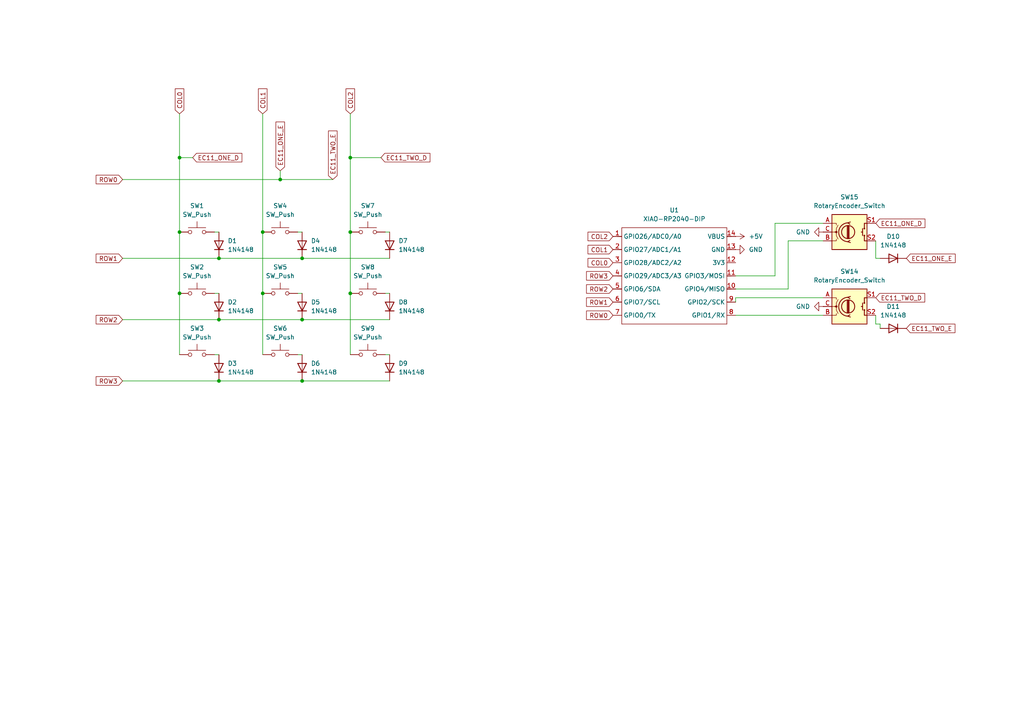
<source format=kicad_sch>
(kicad_sch (version 20250114) (generator "eeschema") (generator_version "9.0")
  (paper "A4")
  (lib_symbols
    (symbol "Device:RotaryEncoder_Switch" (pin_names (offset 0.254) (hide yes))
      (property "Reference" "SW" (at 0 6.604 0))
      (property "Value" "RotaryEncoder_Switch" (at 0 -6.604 0))
      (symbol "RotaryEncoder_Switch_0_1"
        (rectangle (start -5.08 5.08) (end 5.08 -5.08) (stroke (width 0.254)) (fill (type background)))
        (polyline (pts (xy -5.08 2.54) (xy -3.81 2.54) (xy -3.81 2.032)))
        (polyline (pts (xy -5.08 0) (xy -3.81 0) (xy -3.81 -1.016) (xy -3.302 -2.032)))
        (polyline (pts (xy -5.08 -2.54) (xy -3.81 -2.54) (xy -3.81 -2.032)))
        (polyline (pts (xy -4.318 0) (xy -3.81 0) (xy -3.81 1.016) (xy -3.302 2.032)))
        (circle (center -3.81 0) (radius 0.254) (fill (type outline)))
        (polyline (pts (xy -0.635 -1.778) (xy -0.635 1.778)) (stroke (width 0.254)))
        (circle (center -0.381 0) (radius 1.905) (stroke (width 0.254)))
        (polyline (pts (xy -0.381 -1.778) (xy -0.381 1.778)) (stroke (width 0.254)))
        (arc (start -0.381 -2.794) (mid -3.0988 -0.0635) (end -0.381 2.667) (stroke (width 0.254)))
        (polyline (pts (xy -0.127 1.778) (xy -0.127 -1.778)) (stroke (width 0.254)))
        (polyline (pts (xy 0.254 2.921) (xy -0.508 2.667) (xy 0.127 2.286)) (stroke (width 0.254)))
        (polyline (pts (xy 0.254 -3.048) (xy -0.508 -2.794) (xy 0.127 -2.413)) (stroke (width 0.254)))
        (polyline (pts (xy 3.81 1.016) (xy 3.81 -1.016)) (stroke (width 0.254)))
        (polyline (pts (xy 3.81 0) (xy 3.429 0)) (stroke (width 0.254)))
        (circle (center 4.318 1.016) (radius 0.127) (stroke (width 0.254)))
        (circle (center 4.318 -1.016) (radius 0.127) (stroke (width 0.254)))
        (polyline (pts (xy 5.08 2.54) (xy 4.318 2.54) (xy 4.318 1.016)) (stroke (width 0.254)))
        (polyline (pts (xy 5.08 -2.54) (xy 4.318 -2.54) (xy 4.318 -1.016)) (stroke (width 0.254)))
      )
      (symbol "RotaryEncoder_Switch_1_1"
        (pin passive line (at -7.62 2.54 0) (length 2.54) (name "A") (number "A"))
        (pin passive line (at -7.62 0 0) (length 2.54) (name "C") (number "C"))
        (pin passive line (at -7.62 -2.54 0) (length 2.54) (name "B") (number "B"))
        (pin passive line (at 7.62 2.54 180) (length 2.54) (name "S1") (number "S1"))
        (pin passive line (at 7.62 -2.54 180) (length 2.54) (name "S2") (number "S2"))
      )
    )
    (symbol "Diode:1N4148" (pin_numbers (hide yes)) (pin_names (hide yes))
      (property "Reference" "D" (at 0 2.54 0))
      (property "Value" "1N4148" (at 0 -2.54 0))
      (symbol "1N4148_0_1"
        (polyline (pts (xy -1.27 1.27) (xy -1.27 -1.27)) (stroke (width 0.254)))
        (polyline (pts (xy 1.27 1.27) (xy 1.27 -1.27) (xy -1.27 0) (xy 1.27 1.27)) (stroke (width 0.254)))
        (polyline (pts (xy 1.27 0) (xy -1.27 0)))
      )
      (symbol "1N4148_1_1"
        (pin passive line (at -3.81 0 0) (length 2.54) (name "K") (number "1"))
        (pin passive line (at 3.81 0 180) (length 2.54) (name "A") (number "2"))
      )
    )
    (symbol "Seeed_Studio_XIAO_Series:XIAO-RP2040-DIP"
      (property "Reference" "U" (at 0 0 0))
      (property "Value" "XIAO-RP2040-DIP" (at 5.334 -1.778 0))
      (symbol "XIAO-RP2040-DIP_1_0"
        (polyline (pts (xy -1.27 -2.54) (xy 29.21 -2.54)) (stroke (width 0.1524)))
        (polyline (pts (xy -1.27 -5.08) (xy -2.54 -5.08)) (stroke (width 0.1524)))
        (polyline (pts (xy -1.27 -5.08) (xy -1.27 -2.54)) (stroke (width 0.1524)))
        (polyline (pts (xy -1.27 -8.89) (xy -2.54 -8.89)) (stroke (width 0.1524)))
        (polyline (pts (xy -1.27 -8.89) (xy -1.27 -5.08)) (stroke (width 0.1524)))
        (polyline (pts (xy -1.27 -12.7) (xy -2.54 -12.7)) (stroke (width 0.1524)))
        (polyline (pts (xy -1.27 -12.7) (xy -1.27 -8.89)) (stroke (width 0.1524)))
        (polyline (pts (xy -1.27 -16.51) (xy -2.54 -16.51)) (stroke (width 0.1524)))
        (polyline (pts (xy -1.27 -16.51) (xy -1.27 -12.7)) (stroke (width 0.1524)))
        (polyline (pts (xy -1.27 -20.32) (xy -2.54 -20.32)) (stroke (width 0.1524)))
        (polyline (pts (xy -1.27 -24.13) (xy -2.54 -24.13)) (stroke (width 0.1524)))
        (polyline (pts (xy -1.27 -27.94) (xy -2.54 -27.94)) (stroke (width 0.1524)))
        (polyline (pts (xy -1.27 -30.48) (xy -1.27 -16.51)) (stroke (width 0.1524)))
        (polyline (pts (xy 29.21 -2.54) (xy 29.21 -5.08)) (stroke (width 0.1524)))
        (polyline (pts (xy 29.21 -5.08) (xy 29.21 -8.89)) (stroke (width 0.1524)))
        (polyline (pts (xy 29.21 -8.89) (xy 29.21 -12.7)) (stroke (width 0.1524)))
        (polyline (pts (xy 29.21 -12.7) (xy 29.21 -30.48)) (stroke (width 0.1524)))
        (polyline (pts (xy 29.21 -30.48) (xy -1.27 -30.48)) (stroke (width 0.1524)))
        (polyline (pts (xy 30.48 -5.08) (xy 29.21 -5.08)) (stroke (width 0.1524)))
        (polyline (pts (xy 30.48 -8.89) (xy 29.21 -8.89)) (stroke (width 0.1524)))
        (polyline (pts (xy 30.48 -12.7) (xy 29.21 -12.7)) (stroke (width 0.1524)))
        (polyline (pts (xy 30.48 -16.51) (xy 29.21 -16.51)) (stroke (width 0.1524)))
        (polyline (pts (xy 30.48 -20.32) (xy 29.21 -20.32)) (stroke (width 0.1524)))
        (polyline (pts (xy 30.48 -24.13) (xy 29.21 -24.13)) (stroke (width 0.1524)))
        (polyline (pts (xy 30.48 -27.94) (xy 29.21 -27.94)) (stroke (width 0.1524)))
        (pin passive line (at -3.81 -5.08 0) (length 2.54) (name "GPIO26/ADC0/A0") (number "1"))
        (pin passive line (at -3.81 -8.89 0) (length 2.54) (name "GPIO27/ADC1/A1") (number "2"))
        (pin passive line (at -3.81 -12.7 0) (length 2.54) (name "GPIO28/ADC2/A2") (number "3"))
        (pin passive line (at -3.81 -16.51 0) (length 2.54) (name "GPIO29/ADC3/A3") (number "4"))
        (pin passive line (at -3.81 -20.32 0) (length 2.54) (name "GPIO6/SDA") (number "5"))
        (pin passive line (at -3.81 -24.13 0) (length 2.54) (name "GPIO7/SCL") (number "6"))
        (pin passive line (at -3.81 -27.94 0) (length 2.54) (name "GPIO0/TX") (number "7"))
        (pin passive line (at 31.75 -5.08 180) (length 2.54) (name "VBUS") (number "14"))
        (pin passive line (at 31.75 -8.89 180) (length 2.54) (name "GND") (number "13"))
        (pin passive line (at 31.75 -12.7 180) (length 2.54) (name "3V3") (number "12"))
        (pin passive line (at 31.75 -16.51 180) (length 2.54) (name "GPIO3/MOSI") (number "11"))
        (pin passive line (at 31.75 -20.32 180) (length 2.54) (name "GPIO4/MISO") (number "10"))
        (pin passive line (at 31.75 -24.13 180) (length 2.54) (name "GPIO2/SCK") (number "9"))
        (pin passive line (at 31.75 -27.94 180) (length 2.54) (name "GPIO1/RX") (number "8"))
      )
    )
    (symbol "Switch:SW_Push" (pin_numbers (hide yes)) (pin_names (offset 1.016) (hide yes))
      (property "Reference" "SW" (at 1.27 2.54 0))
      (property "Value" "SW_Push" (at 0 -1.524 0))
      (symbol "SW_Push_0_1"
        (circle (center -2.032 0) (radius 0.508))
        (polyline (pts (xy 0 1.27) (xy 0 3.048)))
        (circle (center 2.032 0) (radius 0.508))
        (polyline (pts (xy 2.54 1.27) (xy -2.54 1.27)))
        (pin passive line (at -5.08 0 0) (length 2.54) (name "1") (number "1"))
        (pin passive line (at 5.08 0 180) (length 2.54) (name "2") (number "2"))
      )
    )
    (symbol "power:+5V" (power) (pin_numbers (hide yes)) (pin_names (offset 0) (hide yes))
      (property "Value" "+5V" (at 0 3.556 0))
      (symbol "+5V_0_1"
        (polyline (pts (xy -0.762 1.27) (xy 0 2.54)))
        (polyline (pts (xy 0 2.54) (xy 0.762 1.27)))
        (polyline (pts (xy 0 0) (xy 0 2.54)))
      )
      (symbol "+5V_1_1"
        (pin power_in line (at 0 0 90) (length 0) (name "~") (number "1"))
      )
    )
    (symbol "power:GND" (power) (pin_numbers (hide yes)) (pin_names (offset 0) (hide yes))
      (property "Value" "GND" (at 0 -3.81 0))
      (symbol "GND_0_1"
        (polyline (pts (xy 0 0) (xy 0 -1.27) (xy 1.27 -1.27) (xy 0 -2.54) (xy -1.27 -1.27) (xy 0 -1.27)))
      )
      (symbol "GND_1_1"
        (pin power_in line (at 0 0 270) (length 0) (name "~") (number "1"))
      )
    )
  )
  (junction (at 101.6 45.72))
  (junction (at 76.2 67.31))
  (junction (at 52.07 67.31))
  (junction (at 87.63 74.93))
  (junction (at 63.5 110.49))
  (junction (at 87.63 110.49))
  (junction (at 81.28 52.07))
  (junction (at 63.5 92.71))
  (junction (at 101.6 85.09))
  (junction (at 52.07 45.72))
  (junction (at 87.63 92.71))
  (junction (at 52.07 85.09))
  (junction (at 101.6 67.31))
  (junction (at 76.2 85.09))
  (junction (at 63.5 74.93))
  (wire (pts (xy 213.36 86.36) (xy 213.36 87.63)))
  (wire (pts (xy 81.28 52.07) (xy 96.52 52.07)))
  (wire (pts (xy 224.79 64.77) (xy 238.76 64.77)))
  (wire (pts (xy 63.5 67.31) (xy 62.23 67.31)))
  (wire (pts (xy 76.2 33.02) (xy 76.2 67.31)))
  (wire (pts (xy 35.56 110.49) (xy 63.5 110.49)))
  (wire (pts (xy 254 93.98) (xy 254 91.44)))
  (wire (pts (xy 87.63 74.93) (xy 113.03 74.93)))
  (wire (pts (xy 87.63 92.71) (xy 113.03 92.71)))
  (wire (pts (xy 55.88 45.72) (xy 52.07 45.72)))
  (wire (pts (xy 81.28 49.53) (xy 81.28 52.07)))
  (wire (pts (xy 228.6 83.82) (xy 228.6 69.85)))
  (wire (pts (xy 87.63 67.31) (xy 86.36 67.31)))
  (wire (pts (xy 213.36 91.44) (xy 238.76 91.44)))
  (wire (pts (xy 52.07 33.02) (xy 52.07 45.72)))
  (wire (pts (xy 213.36 83.82) (xy 228.6 83.82)))
  (wire (pts (xy 255.27 95.25) (xy 255.27 93.98)))
  (wire (pts (xy 35.56 92.71) (xy 63.5 92.71)))
  (wire (pts (xy 87.63 85.09) (xy 86.36 85.09)))
  (wire (pts (xy 228.6 69.85) (xy 238.76 69.85)))
  (wire (pts (xy 224.79 80.01) (xy 224.79 64.77)))
  (wire (pts (xy 87.63 102.87) (xy 86.36 102.87)))
  (wire (pts (xy 110.49 45.72) (xy 101.6 45.72)))
  (wire (pts (xy 76.2 85.09) (xy 76.2 102.87)))
  (wire (pts (xy 76.2 67.31) (xy 76.2 85.09)))
  (wire (pts (xy 255.27 74.93) (xy 254 74.93)))
  (wire (pts (xy 63.5 92.71) (xy 87.63 92.71)))
  (wire (pts (xy 254 74.93) (xy 254 69.85)))
  (wire (pts (xy 52.07 85.09) (xy 52.07 102.87)))
  (wire (pts (xy 35.56 74.93) (xy 63.5 74.93)))
  (wire (pts (xy 63.5 85.09) (xy 62.23 85.09)))
  (wire (pts (xy 213.36 80.01) (xy 224.79 80.01)))
  (wire (pts (xy 101.6 45.72) (xy 101.6 67.31)))
  (wire (pts (xy 35.56 52.07) (xy 81.28 52.07)))
  (wire (pts (xy 52.07 45.72) (xy 52.07 67.31)))
  (wire (pts (xy 101.6 85.09) (xy 101.6 102.87)))
  (wire (pts (xy 238.76 86.36) (xy 213.36 86.36)))
  (wire (pts (xy 101.6 33.02) (xy 101.6 45.72)))
  (wire (pts (xy 101.6 67.31) (xy 101.6 85.09)))
  (wire (pts (xy 113.03 67.31) (xy 111.76 67.31)))
  (wire (pts (xy 63.5 110.49) (xy 87.63 110.49)))
  (wire (pts (xy 113.03 85.09) (xy 111.76 85.09)))
  (wire (pts (xy 63.5 74.93) (xy 87.63 74.93)))
  (wire (pts (xy 63.5 102.87) (xy 62.23 102.87)))
  (wire (pts (xy 87.63 110.49) (xy 113.03 110.49)))
  (wire (pts (xy 113.03 102.87) (xy 111.76 102.87)))
  (wire (pts (xy 255.27 93.98) (xy 254 93.98)))
  (wire (pts (xy 52.07 67.31) (xy 52.07 85.09)))
  (global_label "EC11_TWO_E" (shape input) (at 96.52 52.07 90) (property "Intersheetrefs" "${INTERSHEET_REFS}" (effects (hide yes))))
  (global_label "COL2" (shape input) (at 177.8 68.58 180) (property "Intersheetrefs" "${INTERSHEET_REFS}" (effects (hide yes))))
  (global_label "COL1" (shape input) (at 76.2 33.02 90) (property "Intersheetrefs" "${INTERSHEET_REFS}" (effects (hide yes))))
  (global_label "ROW3" (shape input) (at 177.8 80.01 180) (property "Intersheetrefs" "${INTERSHEET_REFS}" (effects (hide yes))))
  (global_label "EC11_TWO_D" (shape input) (at 254 86.36 0) (property "Intersheetrefs" "${INTERSHEET_REFS}" (effects (hide yes))))
  (global_label "ROW2" (shape input) (at 177.8 83.82 180) (property "Intersheetrefs" "${INTERSHEET_REFS}" (effects (hide yes))))
  (global_label "ROW1" (shape input) (at 35.56 74.93 180) (property "Intersheetrefs" "${INTERSHEET_REFS}" (effects (hide yes))))
  (global_label "COL0" (shape input) (at 177.8 76.2 180) (property "Intersheetrefs" "${INTERSHEET_REFS}" (effects (hide yes))))
  (global_label "ROW1" (shape input) (at 177.8 87.63 180) (property "Intersheetrefs" "${INTERSHEET_REFS}" (effects (hide yes))))
  (global_label "ROW2" (shape input) (at 35.56 92.71 180) (property "Intersheetrefs" "${INTERSHEET_REFS}" (effects (hide yes))))
  (global_label "EC11_TWO_D" (shape input) (at 110.49 45.72 0) (property "Intersheetrefs" "${INTERSHEET_REFS}" (effects (hide yes))))
  (global_label "EC11_ONE_D" (shape input) (at 254 64.77 0) (property "Intersheetrefs" "${INTERSHEET_REFS}" (effects (hide yes))))
  (global_label "COL2" (shape input) (at 101.6 33.02 90) (property "Intersheetrefs" "${INTERSHEET_REFS}" (effects (hide yes))))
  (global_label "EC11_ONE_E" (shape input) (at 81.28 49.53 90) (property "Intersheetrefs" "${INTERSHEET_REFS}" (effects (hide yes))))
  (global_label "ROW3" (shape input) (at 35.56 110.49 180) (property "Intersheetrefs" "${INTERSHEET_REFS}" (effects (hide yes))))
  (global_label "EC11_ONE_D" (shape input) (at 55.88 45.72 0) (property "Intersheetrefs" "${INTERSHEET_REFS}" (effects (hide yes))))
  (global_label "COL1" (shape input) (at 177.8 72.39 180) (property "Intersheetrefs" "${INTERSHEET_REFS}" (effects (hide yes))))
  (global_label "COL0" (shape input) (at 52.07 33.02 90) (property "Intersheetrefs" "${INTERSHEET_REFS}" (effects (hide yes))))
  (global_label "EC11_ONE_E" (shape input) (at 262.89 74.93 0) (property "Intersheetrefs" "${INTERSHEET_REFS}" (effects (hide yes))))
  (global_label "ROW0" (shape input) (at 177.8 91.44 180) (property "Intersheetrefs" "${INTERSHEET_REFS}" (effects (hide yes))))
  (global_label "ROW0" (shape input) (at 35.56 52.07 180) (property "Intersheetrefs" "${INTERSHEET_REFS}" (effects (hide yes))))
  (global_label "EC11_TWO_E" (shape input) (at 262.89 95.25 0) (property "Intersheetrefs" "${INTERSHEET_REFS}" (effects (hide yes))))
  (symbol (lib_id "Diode:1N4148") (at 259.08 74.93 180) (unit 1)
    (property "Reference" "D10" (at 259.08 68.58 0))
    (property "Value" "1N4148" (at 259.08 71.12 0))
    (property "Footprint" "Diode_THT:D_DO-35_SOD27_P7.62mm_Horizontal" (effects (hide yes)))
    (property "Datasheet" "https://assets.nexperia.com/documents/data-sheet/1N4148_1N4448.pdf" (effects (hide yes)))
    (property "Description" "100V 0.15A standard switching diode, DO-35" (effects (hide yes)))
    (property "Sim.Device" "D" (effects (hide yes)))
    (property "Sim.Pins" "1=K 2=A" (effects (hide yes)))
  )
  (symbol (lib_id "Switch:SW_Push") (at 106.68 102.87 0) (unit 1)
    (property "Reference" "SW9" (at 106.68 95.25 0))
    (property "Value" "SW_Push" (at 106.68 97.79 0))
    (property "Footprint" "Button_Switch_Keyboard:SW_Cherry_MX_1.00u_PCB" (effects (hide yes)))
    (property "Description" "Push button switch, generic, two pins" (effects (hide yes)))
  )
  (symbol (lib_id "power:+5V") (at 213.36 68.58 270) (unit 1)
    (property "Reference" "#PWR01" (effects (hide yes)))
    (property "Value" "+5V" (at 217.17 68.5799 90) (effects (justify left)))
    (property "Description" "Power symbol creates a global label with name \"+5V\"" (effects (hide yes)))
  )
  (symbol (lib_id "Diode:1N4148") (at 113.03 88.9 90) (unit 1)
    (property "Reference" "D8" (at 115.57 87.6299 90) (effects (justify right)))
    (property "Value" "1N4148" (at 115.57 90.1699 90) (effects (justify right)))
    (property "Footprint" "Diode_THT:D_DO-35_SOD27_P7.62mm_Horizontal" (effects (hide yes)))
    (property "Datasheet" "https://assets.nexperia.com/documents/data-sheet/1N4148_1N4448.pdf" (effects (hide yes)))
    (property "Description" "100V 0.15A standard switching diode, DO-35" (effects (hide yes)))
    (property "Sim.Device" "D" (effects (hide yes)))
    (property "Sim.Pins" "1=K 2=A" (effects (hide yes)))
  )
  (symbol (lib_id "Switch:SW_Push") (at 106.68 67.31 0) (unit 1)
    (property "Reference" "SW7" (at 106.68 59.69 0))
    (property "Value" "SW_Push" (at 106.68 62.23 0))
    (property "Footprint" "Button_Switch_Keyboard:SW_Cherry_MX_1.00u_PCB" (effects (hide yes)))
    (property "Description" "Push button switch, generic, two pins" (effects (hide yes)))
  )
  (symbol (lib_id "Switch:SW_Push") (at 81.28 67.31 0) (unit 1)
    (property "Reference" "SW4" (at 81.28 59.69 0))
    (property "Value" "SW_Push" (at 81.28 62.23 0))
    (property "Footprint" "Button_Switch_Keyboard:SW_Cherry_MX_1.00u_PCB" (effects (hide yes)))
    (property "Description" "Push button switch, generic, two pins" (effects (hide yes)))
  )
  (symbol (lib_id "Switch:SW_Push") (at 57.15 102.87 0) (unit 1)
    (property "Reference" "SW3" (at 57.15 95.25 0))
    (property "Value" "SW_Push" (at 57.15 97.79 0))
    (property "Footprint" "Button_Switch_Keyboard:SW_Cherry_MX_1.00u_PCB" (effects (hide yes)))
    (property "Description" "Push button switch, generic, two pins" (effects (hide yes)))
  )
  (symbol (lib_id "Switch:SW_Push") (at 106.68 85.09 0) (unit 1)
    (property "Reference" "SW8" (at 106.68 77.47 0))
    (property "Value" "SW_Push" (at 106.68 80.01 0))
    (property "Footprint" "Button_Switch_Keyboard:SW_Cherry_MX_1.00u_PCB" (effects (hide yes)))
    (property "Description" "Push button switch, generic, two pins" (effects (hide yes)))
  )
  (symbol (lib_id "Diode:1N4148") (at 113.03 106.68 90) (unit 1)
    (property "Reference" "D9" (at 115.57 105.4099 90) (effects (justify right)))
    (property "Value" "1N4148" (at 115.57 107.9499 90) (effects (justify right)))
    (property "Footprint" "Diode_THT:D_DO-35_SOD27_P7.62mm_Horizontal" (effects (hide yes)))
    (property "Datasheet" "https://assets.nexperia.com/documents/data-sheet/1N4148_1N4448.pdf" (effects (hide yes)))
    (property "Description" "100V 0.15A standard switching diode, DO-35" (effects (hide yes)))
    (property "Sim.Device" "D" (effects (hide yes)))
    (property "Sim.Pins" "1=K 2=A" (effects (hide yes)))
  )
  (symbol (lib_id "Switch:SW_Push") (at 57.15 67.31 0) (unit 1)
    (property "Reference" "SW1" (at 57.15 59.69 0))
    (property "Value" "SW_Push" (at 57.15 62.23 0))
    (property "Footprint" "Button_Switch_Keyboard:SW_Cherry_MX_1.00u_PCB" (effects (hide yes)))
    (property "Description" "Push button switch, generic, two pins" (effects (hide yes)))
  )
  (symbol (lib_id "Switch:SW_Push") (at 81.28 102.87 0) (unit 1)
    (property "Reference" "SW6" (at 81.28 95.25 0))
    (property "Value" "SW_Push" (at 81.28 97.79 0))
    (property "Footprint" "Button_Switch_Keyboard:SW_Cherry_MX_1.00u_PCB" (effects (hide yes)))
    (property "Description" "Push button switch, generic, two pins" (effects (hide yes)))
  )
  (symbol (lib_id "power:GND") (at 238.76 88.9 270) (unit 1)
    (property "Reference" "#PWR04" (effects (hide yes)))
    (property "Value" "GND" (at 234.95 88.8999 90) (effects (justify right)))
    (property "Description" "Power symbol creates a global label with name \"GND\" , ground" (effects (hide yes)))
  )
  (symbol (lib_id "Device:RotaryEncoder_Switch") (at 246.38 88.9 0) (unit 1)
    (property "Reference" "SW14" (at 246.38 78.74 0))
    (property "Value" "RotaryEncoder_Switch" (at 246.38 81.28 0))
    (property "Footprint" "Rotary_Encoder:RotaryEncoder_Alps_EC11E-Switch_Vertical_H20mm" (effects (hide yes)))
    (property "Description" "Rotary encoder, dual channel, incremental quadrate outputs, with switch" (effects (hide yes)))
  )
  (symbol (lib_id "power:GND") (at 238.76 67.31 270) (unit 1)
    (property "Reference" "#PWR03" (effects (hide yes)))
    (property "Value" "GND" (at 234.95 67.3099 90) (effects (justify right)))
    (property "Description" "Power symbol creates a global label with name \"GND\" , ground" (effects (hide yes)))
  )
  (symbol (lib_id "Switch:SW_Push") (at 57.15 85.09 0) (unit 1)
    (property "Reference" "SW2" (at 57.15 77.47 0))
    (property "Value" "SW_Push" (at 57.15 80.01 0))
    (property "Footprint" "Button_Switch_Keyboard:SW_Cherry_MX_1.00u_PCB" (effects (hide yes)))
    (property "Description" "Push button switch, generic, two pins" (effects (hide yes)))
  )
  (symbol (lib_id "Seeed_Studio_XIAO_Series:XIAO-RP2040-DIP") (at 181.61 63.5 0) (unit 1)
    (property "Reference" "U1" (at 195.58 60.96 0))
    (property "Value" "XIAO-RP2040-DIP" (at 195.58 63.5 0))
    (property "Footprint" "Seeed Studio XIAO Series Library:XIAO-RP2040-DIP" (effects (hide yes)))
  )
  (symbol (lib_id "Diode:1N4148") (at 87.63 88.9 90) (unit 1)
    (property "Reference" "D5" (at 90.17 87.6299 90) (effects (justify right)))
    (property "Value" "1N4148" (at 90.17 90.1699 90) (effects (justify right)))
    (property "Footprint" "Diode_THT:D_DO-35_SOD27_P7.62mm_Horizontal" (effects (hide yes)))
    (property "Datasheet" "https://assets.nexperia.com/documents/data-sheet/1N4148_1N4448.pdf" (effects (hide yes)))
    (property "Description" "100V 0.15A standard switching diode, DO-35" (effects (hide yes)))
    (property "Sim.Device" "D" (effects (hide yes)))
    (property "Sim.Pins" "1=K 2=A" (effects (hide yes)))
  )
  (symbol (lib_id "Device:RotaryEncoder_Switch") (at 246.38 67.31 0) (unit 1)
    (property "Reference" "SW15" (at 246.38 57.15 0))
    (property "Value" "RotaryEncoder_Switch" (at 246.38 59.69 0))
    (property "Footprint" "Rotary_Encoder:RotaryEncoder_Alps_EC11E-Switch_Vertical_H20mm" (effects (hide yes)))
    (property "Description" "Rotary encoder, dual channel, incremental quadrate outputs, with switch" (effects (hide yes)))
  )
  (symbol (lib_id "Diode:1N4148") (at 87.63 71.12 90) (unit 1)
    (property "Reference" "D4" (at 90.17 69.8499 90) (effects (justify right)))
    (property "Value" "1N4148" (at 90.17 72.3899 90) (effects (justify right)))
    (property "Footprint" "Diode_THT:D_DO-35_SOD27_P7.62mm_Horizontal" (effects (hide yes)))
    (property "Datasheet" "https://assets.nexperia.com/documents/data-sheet/1N4148_1N4448.pdf" (effects (hide yes)))
    (property "Description" "100V 0.15A standard switching diode, DO-35" (effects (hide yes)))
    (property "Sim.Device" "D" (effects (hide yes)))
    (property "Sim.Pins" "1=K 2=A" (effects (hide yes)))
  )
  (symbol (lib_id "Diode:1N4148") (at 259.08 95.25 180) (unit 1)
    (property "Reference" "D11" (at 259.08 88.9 0))
    (property "Value" "1N4148" (at 259.08 91.44 0))
    (property "Footprint" "Diode_THT:D_DO-35_SOD27_P7.62mm_Horizontal" (effects (hide yes)))
    (property "Datasheet" "https://assets.nexperia.com/documents/data-sheet/1N4148_1N4448.pdf" (effects (hide yes)))
    (property "Description" "100V 0.15A standard switching diode, DO-35" (effects (hide yes)))
    (property "Sim.Device" "D" (effects (hide yes)))
    (property "Sim.Pins" "1=K 2=A" (effects (hide yes)))
  )
  (symbol (lib_id "Diode:1N4148") (at 87.63 106.68 90) (unit 1)
    (property "Reference" "D6" (at 90.17 105.4099 90) (effects (justify right)))
    (property "Value" "1N4148" (at 90.17 107.9499 90) (effects (justify right)))
    (property "Footprint" "Diode_THT:D_DO-35_SOD27_P7.62mm_Horizontal" (effects (hide yes)))
    (property "Datasheet" "https://assets.nexperia.com/documents/data-sheet/1N4148_1N4448.pdf" (effects (hide yes)))
    (property "Description" "100V 0.15A standard switching diode, DO-35" (effects (hide yes)))
    (property "Sim.Device" "D" (effects (hide yes)))
    (property "Sim.Pins" "1=K 2=A" (effects (hide yes)))
  )
  (symbol (lib_id "Diode:1N4148") (at 113.03 71.12 90) (unit 1)
    (property "Reference" "D7" (at 115.57 69.8499 90) (effects (justify right)))
    (property "Value" "1N4148" (at 115.57 72.3899 90) (effects (justify right)))
    (property "Footprint" "Diode_THT:D_DO-35_SOD27_P7.62mm_Horizontal" (effects (hide yes)))
    (property "Datasheet" "https://assets.nexperia.com/documents/data-sheet/1N4148_1N4448.pdf" (effects (hide yes)))
    (property "Description" "100V 0.15A standard switching diode, DO-35" (effects (hide yes)))
    (property "Sim.Device" "D" (effects (hide yes)))
    (property "Sim.Pins" "1=K 2=A" (effects (hide yes)))
  )
  (symbol (lib_id "power:GND") (at 213.36 72.39 90) (unit 1)
    (property "Reference" "#PWR02" (effects (hide yes)))
    (property "Value" "GND" (at 217.17 72.3899 90) (effects (justify right)))
    (property "Description" "Power symbol creates a global label with name \"GND\" , ground" (effects (hide yes)))
  )
  (symbol (lib_id "Switch:SW_Push") (at 81.28 85.09 0) (unit 1)
    (property "Reference" "SW5" (at 81.28 77.47 0))
    (property "Value" "SW_Push" (at 81.28 80.01 0))
    (property "Footprint" "Button_Switch_Keyboard:SW_Cherry_MX_1.00u_PCB" (effects (hide yes)))
    (property "Description" "Push button switch, generic, two pins" (effects (hide yes)))
  )
  (symbol (lib_id "Diode:1N4148") (at 63.5 106.68 90) (unit 1)
    (property "Reference" "D3" (at 66.04 105.4099 90) (effects (justify right)))
    (property "Value" "1N4148" (at 66.04 107.9499 90) (effects (justify right)))
    (property "Footprint" "Diode_THT:D_DO-35_SOD27_P7.62mm_Horizontal" (effects (hide yes)))
    (property "Datasheet" "https://assets.nexperia.com/documents/data-sheet/1N4148_1N4448.pdf" (effects (hide yes)))
    (property "Description" "100V 0.15A standard switching diode, DO-35" (effects (hide yes)))
    (property "Sim.Device" "D" (effects (hide yes)))
    (property "Sim.Pins" "1=K 2=A" (effects (hide yes)))
  )
  (symbol (lib_id "Diode:1N4148") (at 63.5 88.9 90) (unit 1)
    (property "Reference" "D2" (at 66.04 87.6299 90) (effects (justify right)))
    (property "Value" "1N4148" (at 66.04 90.1699 90) (effects (justify right)))
    (property "Footprint" "Diode_THT:D_DO-35_SOD27_P7.62mm_Horizontal" (effects (hide yes)))
    (property "Datasheet" "https://assets.nexperia.com/documents/data-sheet/1N4148_1N4448.pdf" (effects (hide yes)))
    (property "Description" "100V 0.15A standard switching diode, DO-35" (effects (hide yes)))
    (property "Sim.Device" "D" (effects (hide yes)))
    (property "Sim.Pins" "1=K 2=A" (effects (hide yes)))
  )
  (symbol (lib_id "Diode:1N4148") (at 63.5 71.12 90) (unit 1)
    (property "Reference" "D1" (at 66.04 69.8499 90) (effects (justify right)))
    (property "Value" "1N4148" (at 66.04 72.3899 90) (effects (justify right)))
    (property "Footprint" "Diode_THT:D_DO-35_SOD27_P7.62mm_Horizontal" (effects (hide yes)))
    (property "Datasheet" "https://assets.nexperia.com/documents/data-sheet/1N4148_1N4448.pdf" (effects (hide yes)))
    (property "Description" "100V 0.15A standard switching diode, DO-35" (effects (hide yes)))
    (property "Sim.Device" "D" (effects (hide yes)))
    (property "Sim.Pins" "1=K 2=A" (effects (hide yes)))
  )
)
</source>
